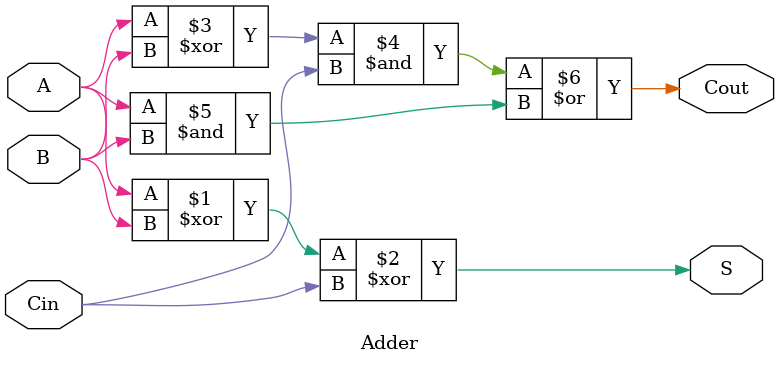
<source format=v>
`timescale 1ns / 1ps


module Adder(
        input A,
        input B,
        input Cin,
        output Cout,
        output S
    );
    
    assign S = A^B^Cin;
    assign Cout = (A^B)&Cin | A&B; 
    
    
    
endmodule

</source>
